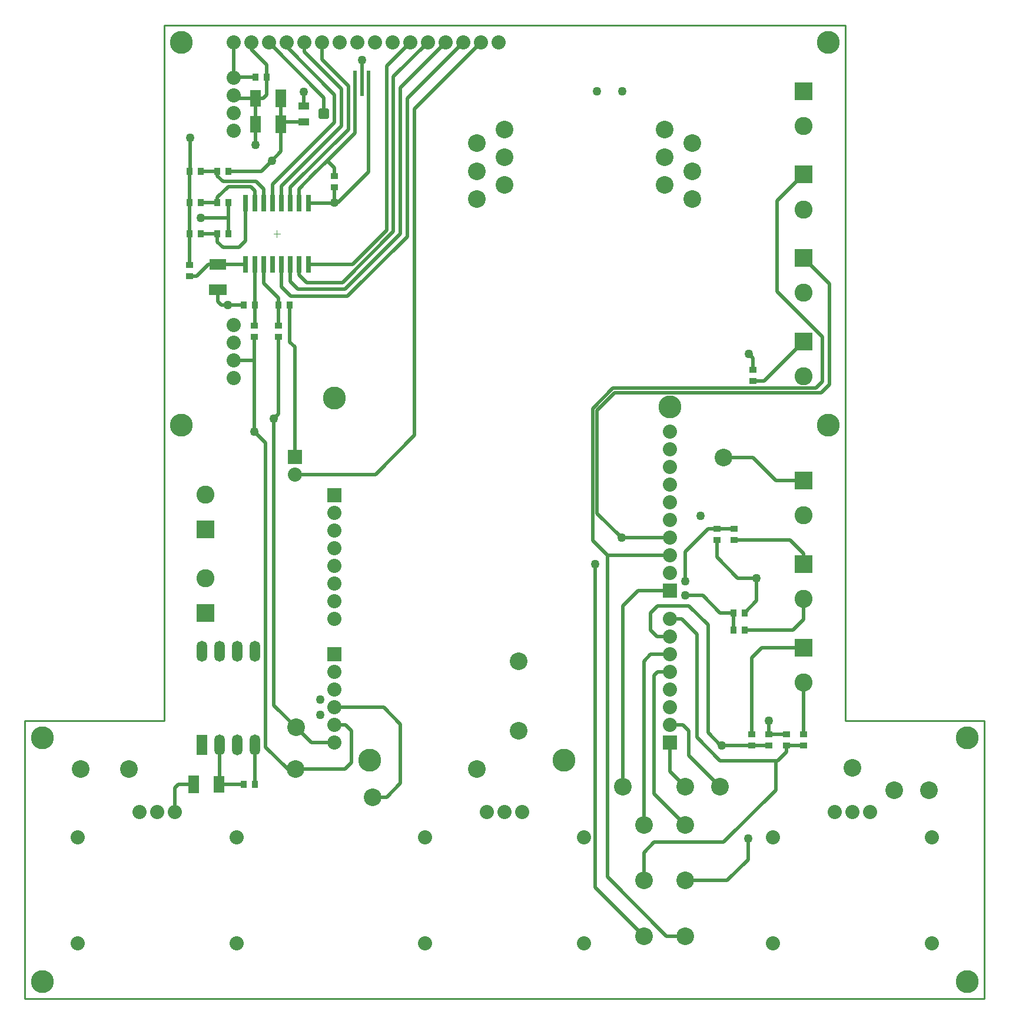
<source format=gbl>
G04 Layer_Physical_Order=4*
G04 Layer_Color=16711680*
%FSLAX44Y44*%
%MOMM*%
G71*
G01*
G75*
%ADD10R,1.6000X2.5000*%
%ADD11R,1.6000X2.4000*%
%ADD13R,0.9000X1.0000*%
%ADD16C,0.5000*%
%ADD17C,0.2540*%
%ADD18C,0.1000*%
%ADD19C,3.3000*%
%ADD20C,2.0320*%
%ADD21R,1.5000X3.0000*%
%ADD22O,1.5000X3.0000*%
%ADD23C,2.5400*%
%ADD24R,2.0320X2.0320*%
%ADD25R,2.6000X2.6000*%
%ADD26C,2.6000*%
%ADD27C,1.2700*%
%ADD28R,0.8000X2.4000*%
%ADD29R,0.7000X2.4000*%
%ADD30R,1.0000X0.9000*%
%ADD31R,0.6000X1.1000*%
%ADD32R,2.4000X1.6000*%
%ADD33R,2.5000X1.6000*%
G04:AMPARAMS|DCode=34|XSize=1.6mm|YSize=1.6mm|CornerRadius=0.4mm|HoleSize=0mm|Usage=FLASHONLY|Rotation=90.000|XOffset=0mm|YOffset=0mm|HoleType=Round|Shape=RoundedRectangle|*
%AMROUNDEDRECTD34*
21,1,1.6000,0.8000,0,0,90.0*
21,1,0.8000,1.6000,0,0,90.0*
1,1,0.8000,0.4000,0.4000*
1,1,0.8000,0.4000,-0.4000*
1,1,0.8000,-0.4000,-0.4000*
1,1,0.8000,-0.4000,0.4000*
%
%ADD34ROUNDEDRECTD34*%
G04:AMPARAMS|DCode=35|XSize=1.1mm|YSize=1.6mm|CornerRadius=0.275mm|HoleSize=0mm|Usage=FLASHONLY|Rotation=90.000|XOffset=0mm|YOffset=0mm|HoleType=Round|Shape=RoundedRectangle|*
%AMROUNDEDRECTD35*
21,1,1.1000,1.0500,0,0,90.0*
21,1,0.5500,1.6000,0,0,90.0*
1,1,0.5500,0.5250,0.2750*
1,1,0.5500,0.5250,-0.2750*
1,1,0.5500,-0.5250,-0.2750*
1,1,0.5500,-0.5250,0.2750*
%
%ADD35ROUNDEDRECTD35*%
D10*
X243000Y308000D02*
D03*
X368000Y1257500D02*
D03*
Y1295000D02*
D03*
D11*
X279000Y308000D02*
D03*
X332000Y1257500D02*
D03*
Y1295000D02*
D03*
D13*
X347500Y1325000D02*
D03*
X331500D02*
D03*
X315000Y308000D02*
D03*
X331000D02*
D03*
X1019500Y530000D02*
D03*
X1035500D02*
D03*
X1035500Y555000D02*
D03*
X1019500D02*
D03*
X330500Y997500D02*
D03*
X314500D02*
D03*
X364500D02*
D03*
X380500D02*
D03*
X277000Y1190000D02*
D03*
X293000D02*
D03*
X277000Y1145000D02*
D03*
X293000D02*
D03*
X277000Y1100000D02*
D03*
X293000D02*
D03*
X237000D02*
D03*
X253000D02*
D03*
X237000Y1190000D02*
D03*
X253000D02*
D03*
X237000Y1145000D02*
D03*
X253000D02*
D03*
D16*
X407450Y1144000D02*
X449000D01*
X1041000Y927000D02*
X1047000Y921000D01*
Y904000D02*
Y921000D01*
X1063000Y888000D02*
X1120000Y945000D01*
X1053000Y888000D02*
X1063000D01*
X378000Y330000D02*
X460000D01*
X1000500Y364500D02*
X1045000D01*
X365000Y841000D02*
Y952000D01*
X358000Y834000D02*
X365000Y841000D01*
X560000Y810000D02*
Y1279400D01*
X504000Y754000D02*
X560000Y810000D01*
X388000Y754000D02*
X504000D01*
X560000Y1279400D02*
X655600Y1375000D01*
X380500Y944500D02*
Y997500D01*
Y944500D02*
X388000Y937000D01*
Y779400D02*
Y937000D01*
X358000Y422000D02*
Y834000D01*
Y422000D02*
X390000Y390000D01*
X330000Y815000D02*
X346000Y799000D01*
Y362000D02*
Y799000D01*
Y362000D02*
X378000Y330000D01*
X928000Y327000D02*
Y368160D01*
X445400Y393560D02*
X461440D01*
X928000D02*
X946440D01*
X445400Y418960D02*
X516040D01*
X928000Y545960D02*
X945000D01*
X390000Y390000D02*
X411840Y368160D01*
X445400D01*
X550000Y1096000D02*
Y1294800D01*
X464000Y1010000D02*
X550000Y1096000D01*
X382500Y1010000D02*
X464000D01*
X540000Y1100000D02*
Y1310200D01*
X460000Y1020000D02*
X540000Y1100000D01*
X392500Y1020000D02*
X460000D01*
X520000Y1105000D02*
Y1341000D01*
X471000Y1056000D02*
X520000Y1105000D01*
X407450Y1056000D02*
X471000D01*
X530000Y1103000D02*
Y1325600D01*
X457000Y1030000D02*
X530000Y1103000D01*
X405000Y1030000D02*
X457000D01*
X909440Y520560D02*
X928000D01*
X900000Y495160D02*
X928000D01*
X837600Y637400D02*
X928000D01*
X909760Y469760D02*
X928000D01*
X881600Y586600D02*
X928000D01*
X858000Y663000D02*
X927800D01*
X401100Y1284000D02*
Y1303900D01*
X1120000Y1065000D02*
Y1070000D01*
X448000Y1145000D02*
X450000D01*
X445000D02*
X448000D01*
X445000D02*
Y1167000D01*
X450000Y1145000D02*
X494000Y1189000D01*
X448000Y1145000D02*
X449000Y1144000D01*
X435000Y1205000D02*
X475000Y1245000D01*
X415000Y1185000D02*
X435000Y1205000D01*
X445000Y1195000D01*
Y1183000D02*
Y1195000D01*
X394250Y1164250D02*
X415000Y1185000D01*
X415000Y1185000D01*
X475000Y1245000D02*
Y1329000D01*
X394250Y1144000D02*
Y1164250D01*
X465000Y1250000D02*
Y1312500D01*
X381550Y1166550D02*
X465000Y1250000D01*
X381550Y1144000D02*
Y1166550D01*
X455000Y1255000D02*
Y1308000D01*
X368850Y1168850D02*
X455000Y1255000D01*
X368850Y1144000D02*
Y1168850D01*
X445000Y1260000D02*
Y1300000D01*
X356150Y1171150D02*
X445000Y1260000D01*
X356150Y1144000D02*
Y1171150D01*
X484500Y1303000D02*
X485000Y1303500D01*
Y1350000D01*
X494000Y1189000D02*
Y1329000D01*
X427000Y1350500D02*
X465000Y1312500D01*
X401600Y1361400D02*
X455000Y1308000D01*
X376200Y1368800D02*
X445000Y1300000D01*
X900000Y530000D02*
X909440Y520560D01*
X282500Y997500D02*
X292000D01*
X314500D01*
X330000Y918000D02*
Y952000D01*
Y892000D02*
Y918000D01*
X300000Y917800D02*
X300200Y918000D01*
X330000D01*
X332000Y1228000D02*
Y1257500D01*
X340000Y1190000D02*
X355000Y1205000D01*
X293000Y1190000D02*
X340000D01*
X330000Y815000D02*
Y892000D01*
X329600Y892400D02*
X330000Y892000D01*
X394250Y1040750D02*
X405000Y1030000D01*
X381550Y1030950D02*
X392500Y1020000D01*
X368850Y1023650D02*
X382500Y1010000D01*
X890000Y485160D02*
X900000Y495160D01*
X300000Y1298800D02*
X301200Y1300000D01*
X300800Y1325000D02*
X331500D01*
X300000Y1324200D02*
X300800Y1325000D01*
X347500D02*
Y1342500D01*
X325400Y1364600D02*
X347500Y1342500D01*
X279000Y308000D02*
X315000D01*
X315000Y308000D01*
X330800Y365380D02*
X331000Y365180D01*
X280000Y309000D02*
Y365380D01*
X279000Y308000D02*
X280000Y309000D01*
X910000Y565000D02*
X955000D01*
X900000Y555000D02*
X910000Y565000D01*
X900000Y530000D02*
Y555000D01*
X303800Y1295000D02*
X332000D01*
X300000Y1298800D02*
X303800Y1295000D01*
X342500D02*
X347500Y1300000D01*
Y1325000D01*
X332000Y1295000D02*
X342500D01*
X332000Y1257500D02*
Y1295000D01*
X220500Y308000D02*
X243000D01*
X215400Y302900D02*
X220500Y308000D01*
X215400Y268350D02*
Y302900D01*
X371500Y1261000D02*
X401000D01*
X368000Y1257500D02*
X371500Y1261000D01*
X368000Y1257500D02*
Y1295000D01*
X966730Y375770D02*
Y524230D01*
X1060000Y505000D02*
X1120000D01*
X982500Y382500D02*
X1000500Y364500D01*
X982500Y382500D02*
Y537500D01*
X955000Y565000D02*
X982500Y537500D01*
X1120000Y380500D02*
Y455000D01*
X1070000Y380500D02*
X1095000D01*
X1045000Y383000D02*
Y490000D01*
X1060000Y505000D01*
X1045000Y364500D02*
X1070000D01*
X1045000Y364500D02*
X1045000Y364500D01*
X995000Y675500D02*
X1020000D01*
X1020000Y675500D01*
X1120000Y625000D02*
Y640000D01*
X1100500Y659500D02*
X1120000Y640000D01*
X1020000Y659500D02*
X1100500D01*
X1019500Y530000D02*
Y555000D01*
X1019500Y555000D01*
X1000000D02*
X1019500D01*
X975000Y580000D02*
X1000000Y555000D01*
X950000Y580000D02*
X975000D01*
X330500Y997500D02*
Y1055750D01*
X330750Y1056000D01*
X330500Y968500D02*
Y997500D01*
X330000Y968000D02*
X330500Y968500D01*
X365000Y968000D02*
Y997000D01*
X364500Y997500D02*
X365000Y997000D01*
X364500Y997500D02*
Y1008000D01*
X343450Y1029050D02*
X364500Y1008000D01*
X343450Y1029050D02*
Y1056000D01*
Y1144000D02*
Y1164050D01*
X330750Y1144000D02*
Y1161750D01*
X325000Y1167500D02*
X330750Y1161750D01*
X317550Y1090050D02*
Y1144000D01*
X277500Y1002500D02*
X282500Y997500D01*
X368850Y1023650D02*
Y1056000D01*
X381550Y1030950D02*
Y1056000D01*
X394250Y1040750D02*
Y1056000D01*
X350800Y1375000D02*
X430000Y1295800D01*
Y1272500D02*
Y1295800D01*
X237000Y1145000D02*
Y1190000D01*
X253000Y1145000D02*
X277000D01*
Y1152000D01*
X292500Y1167500D01*
X325000D01*
X277000Y1183000D02*
Y1190000D01*
X277500Y1055500D02*
X278000Y1056000D01*
X317550D01*
X277500Y1002500D02*
Y1019500D01*
X253000Y1100000D02*
X277000D01*
X237000Y1055000D02*
Y1100000D01*
Y1145000D01*
X277000Y1088000D02*
Y1100000D01*
Y1088000D02*
X285000Y1080000D01*
X307500D01*
X317550Y1090050D01*
X277000Y1183000D02*
X285000Y1175000D01*
X332500D01*
X343450Y1164050D01*
X252500Y1122500D02*
X293000D01*
Y1100000D02*
Y1122500D01*
Y1145000D01*
X945000Y545960D02*
X966730Y524230D01*
X890000Y250000D02*
Y485160D01*
X1080000Y342500D02*
X1082500D01*
X1095000Y355000D01*
Y364500D01*
X1095000Y364500D01*
X1120000D01*
X966730Y375770D02*
X1000000Y342500D01*
X1080000D01*
X253000Y1190000D02*
X277000D01*
X235000Y1039000D02*
X237000D01*
X247000D01*
X263500Y1055500D01*
X277500D01*
X237000Y1055000D02*
X237000Y1055000D01*
X946440Y393560D02*
X955000Y385000D01*
X890000Y210000D02*
X905000Y225000D01*
X1005000D01*
X904880Y295120D02*
X950000Y250000D01*
X1005000Y225000D02*
X1080000Y300000D01*
Y342500D01*
X955000Y350000D02*
X1000000Y305000D01*
X955000Y350000D02*
Y385000D01*
X928000Y327000D02*
X950000Y305000D01*
Y170000D02*
X1010000D01*
X1040000Y200000D01*
Y230000D01*
X950000Y600000D02*
Y642500D01*
X860000Y305000D02*
Y565000D01*
X881600Y586600D01*
X401600Y1361400D02*
Y1375000D01*
X376200Y1368800D02*
Y1375000D01*
X680000Y1374000D02*
X681000Y1375000D01*
X325400Y1364600D02*
Y1375000D01*
X300000Y1324200D02*
Y1375000D01*
X427000Y1350500D02*
Y1375000D01*
X460000Y330000D02*
X470000Y340000D01*
Y385000D01*
X461440Y393560D02*
X470000Y385000D01*
X500000Y290000D02*
X520000D01*
X540000Y310000D01*
X516040Y418960D02*
X540000Y395000D01*
Y310000D02*
Y395000D01*
X1035500Y530000D02*
X1105000D01*
X1120000Y545000D01*
Y575000D01*
X995000Y635000D02*
Y659500D01*
X1080000Y745000D02*
X1120000D01*
X331000Y308000D02*
Y365180D01*
X237000Y1190000D02*
X237500Y1190500D01*
Y1237500D01*
X890000Y170000D02*
Y210000D01*
X923000Y90000D02*
X950000D01*
X837500Y175500D02*
X923000Y90000D01*
X837500Y637500D02*
X837600Y637400D01*
X837400D02*
X837500Y637500D01*
Y175500D02*
Y637500D01*
X820000Y160000D02*
Y625000D01*
Y160000D02*
X890000Y90000D01*
X904880Y464880D02*
X909760Y469760D01*
X904880Y295120D02*
Y464880D01*
X1070000Y380500D02*
Y400000D01*
X995000Y635000D02*
X1025000Y605000D01*
X1052500D01*
X1035500Y555000D02*
X1052500Y572000D01*
Y605000D01*
X950000Y642500D02*
X983000Y675500D01*
X995000D01*
X368000Y1218000D02*
Y1257500D01*
X355000Y1205000D02*
Y1205000D01*
Y1205000D02*
X368000Y1218000D01*
X1045000Y383000D02*
X1047500Y380500D01*
X927800Y663000D02*
X928000Y662800D01*
X1120000Y1065000D02*
X1157000Y1028000D01*
Y883000D02*
Y1028000D01*
X1145000Y871000D02*
X1157000Y883000D01*
X936491Y871260D02*
X936751Y871000D01*
X1145000D01*
X848260Y871260D02*
X936491D01*
X1138000Y878000D02*
X1147000Y887000D01*
X1082000Y1147000D02*
X1120000Y1185000D01*
X1082000Y1017000D02*
Y1147000D01*
Y1017000D02*
X1147000Y952000D01*
Y887000D02*
Y952000D01*
X823000Y698000D02*
X858000Y663000D01*
X823000Y698000D02*
Y846000D01*
X848260Y871260D01*
X845808Y878000D02*
X1138000D01*
X816500Y848692D02*
X845808Y878000D01*
X816500Y658500D02*
X837500Y637500D01*
X816500Y658500D02*
Y848692D01*
X530000Y1325600D02*
X579400Y1375000D01*
X520000Y1341000D02*
X554000Y1375000D01*
X540000Y1310200D02*
X604800Y1375000D01*
X550000Y1294800D02*
X630200Y1375000D01*
X1005000Y778000D02*
X1047000D01*
X1080000Y745000D01*
D17*
X200000Y1400000D02*
X1180000D01*
Y400000D02*
X1380000D01*
X200000D02*
Y1400000D01*
X0Y400000D02*
X200000D01*
X0Y0D02*
Y400000D01*
Y-0D02*
X1380000D01*
X1180000Y400000D02*
Y1400000D01*
X1380000Y0D02*
Y400000D01*
D18*
X357500Y1100000D02*
X367500D01*
X362500Y1095000D02*
Y1105000D01*
D19*
X225000Y825000D02*
D03*
Y1375000D02*
D03*
X1155000Y825000D02*
D03*
Y1375000D02*
D03*
X1355000Y25000D02*
D03*
X25000Y375000D02*
D03*
X1355000D02*
D03*
X25000Y25000D02*
D03*
X445400Y863460D02*
D03*
X928000Y850760D02*
D03*
X496200Y342760D02*
D03*
X775600D02*
D03*
D20*
X681000Y1375000D02*
D03*
X655600D02*
D03*
X630200D02*
D03*
X604800D02*
D03*
X579400D02*
D03*
X554000D02*
D03*
X528600D02*
D03*
X503200D02*
D03*
X477800D02*
D03*
X452400D02*
D03*
X427000D02*
D03*
X401600D02*
D03*
X376200D02*
D03*
X350800D02*
D03*
X325400D02*
D03*
X300000D02*
D03*
Y1324200D02*
D03*
Y1298800D02*
D03*
Y1273400D02*
D03*
Y1248000D02*
D03*
Y968600D02*
D03*
Y943200D02*
D03*
Y892400D02*
D03*
Y917800D02*
D03*
X1164600Y268350D02*
D03*
X1190000D02*
D03*
X1215400D02*
D03*
X1304300Y79650D02*
D03*
Y231650D02*
D03*
X1075700Y79650D02*
D03*
Y231650D02*
D03*
X164600Y268350D02*
D03*
X190000D02*
D03*
X215400D02*
D03*
X304300Y79650D02*
D03*
Y231650D02*
D03*
X75700Y79650D02*
D03*
Y231650D02*
D03*
X664600Y268350D02*
D03*
X690000D02*
D03*
X715400D02*
D03*
X804300Y79650D02*
D03*
Y231650D02*
D03*
X575700Y79650D02*
D03*
Y231650D02*
D03*
X388000Y754000D02*
D03*
X445400Y698360D02*
D03*
X928000Y815200D02*
D03*
Y789800D02*
D03*
X445400Y545960D02*
D03*
Y672960D02*
D03*
X928000Y739000D02*
D03*
X445400Y571360D02*
D03*
Y596760D02*
D03*
X928000Y713600D02*
D03*
Y688200D02*
D03*
Y662800D02*
D03*
Y637400D02*
D03*
Y612000D02*
D03*
Y545960D02*
D03*
Y520560D02*
D03*
Y495160D02*
D03*
Y469760D02*
D03*
Y444360D02*
D03*
Y418960D02*
D03*
Y393560D02*
D03*
Y764400D02*
D03*
X445400Y368160D02*
D03*
Y393560D02*
D03*
Y418960D02*
D03*
Y444360D02*
D03*
Y469760D02*
D03*
Y622160D02*
D03*
Y647560D02*
D03*
D21*
X254600Y365380D02*
D03*
D22*
X280000D02*
D03*
X305400D02*
D03*
X330800D02*
D03*
X254600Y500000D02*
D03*
X280000D02*
D03*
X305400D02*
D03*
X330800D02*
D03*
D23*
X1300000Y300000D02*
D03*
X1250000D02*
D03*
X80000Y330000D02*
D03*
X650000D02*
D03*
X150000D02*
D03*
X1190000Y332000D02*
D03*
X710000Y385000D02*
D03*
Y485000D02*
D03*
X690000Y1250000D02*
D03*
X650000Y1230000D02*
D03*
X690000Y1210000D02*
D03*
X650000Y1190000D02*
D03*
X690000Y1170000D02*
D03*
X650000Y1150000D02*
D03*
X920000Y1250000D02*
D03*
X960000Y1230000D02*
D03*
X920000Y1210000D02*
D03*
X960000Y1190000D02*
D03*
X920000Y1170000D02*
D03*
X960000Y1150000D02*
D03*
X1005000Y778000D02*
D03*
X389000Y330000D02*
D03*
X390000Y390000D02*
D03*
X890000Y250000D02*
D03*
Y170000D02*
D03*
Y90000D02*
D03*
X950000Y305000D02*
D03*
X1000000D02*
D03*
X950000Y250000D02*
D03*
Y170000D02*
D03*
Y90000D02*
D03*
X860000Y305000D02*
D03*
X500000Y290000D02*
D03*
D24*
X388000Y779400D02*
D03*
X445400Y723760D02*
D03*
X928000Y586600D02*
D03*
Y368160D02*
D03*
X445400Y495160D02*
D03*
D25*
X260000Y675000D02*
D03*
Y555000D02*
D03*
X1120000Y945000D02*
D03*
Y1305000D02*
D03*
Y745000D02*
D03*
Y625000D02*
D03*
Y505000D02*
D03*
Y1185000D02*
D03*
Y1065000D02*
D03*
D26*
X260000Y725000D02*
D03*
Y605000D02*
D03*
X1120000Y895000D02*
D03*
Y1255000D02*
D03*
Y695000D02*
D03*
Y575000D02*
D03*
Y455000D02*
D03*
Y1135000D02*
D03*
Y1015000D02*
D03*
D27*
X1041000Y927000D02*
D03*
X358000Y834000D02*
D03*
X425000Y430000D02*
D03*
Y408000D02*
D03*
X401100Y1303900D02*
D03*
X445000Y1145000D02*
D03*
X485000Y1350000D02*
D03*
X292000Y997500D02*
D03*
X332000Y1228000D02*
D03*
X330000Y815000D02*
D03*
X950000Y580000D02*
D03*
X252500Y1122500D02*
D03*
X1040000Y230000D02*
D03*
X1002000Y364000D02*
D03*
X950000Y600000D02*
D03*
X237500Y1237500D02*
D03*
X820000Y625000D02*
D03*
X1070000Y400000D02*
D03*
X1052500Y605000D02*
D03*
X971500Y694000D02*
D03*
X355000Y1205000D02*
D03*
X858000Y663000D02*
D03*
X822990Y1305000D02*
D03*
X858990D02*
D03*
D28*
X317550Y1056000D02*
D03*
X407450D02*
D03*
Y1144000D02*
D03*
X317550D02*
D03*
D29*
X330750Y1056000D02*
D03*
X343450D02*
D03*
X356150D02*
D03*
X368850D02*
D03*
X381550D02*
D03*
X394250D02*
D03*
Y1144000D02*
D03*
X381550D02*
D03*
X368850D02*
D03*
X356150D02*
D03*
X343450D02*
D03*
X330750D02*
D03*
D30*
X1120000Y364500D02*
D03*
Y380500D02*
D03*
X1095000Y380500D02*
D03*
Y364500D02*
D03*
X1070000Y380500D02*
D03*
Y364500D02*
D03*
X1045000Y364500D02*
D03*
Y380500D02*
D03*
X995000Y659500D02*
D03*
Y675500D02*
D03*
X1020000Y675500D02*
D03*
Y659500D02*
D03*
X1047000Y904000D02*
D03*
Y888000D02*
D03*
X237000Y1039000D02*
D03*
Y1055000D02*
D03*
X330000Y968000D02*
D03*
Y952000D02*
D03*
X365000Y968000D02*
D03*
Y952000D02*
D03*
X445000Y1183000D02*
D03*
Y1167000D02*
D03*
D31*
X484500Y1303000D02*
D03*
X494000Y1329000D02*
D03*
X475000D02*
D03*
D32*
X277500Y1055500D02*
D03*
D33*
Y1019500D02*
D03*
D34*
X430000Y1272500D02*
D03*
D35*
X401000Y1261000D02*
D03*
X401100Y1284000D02*
D03*
M02*

</source>
